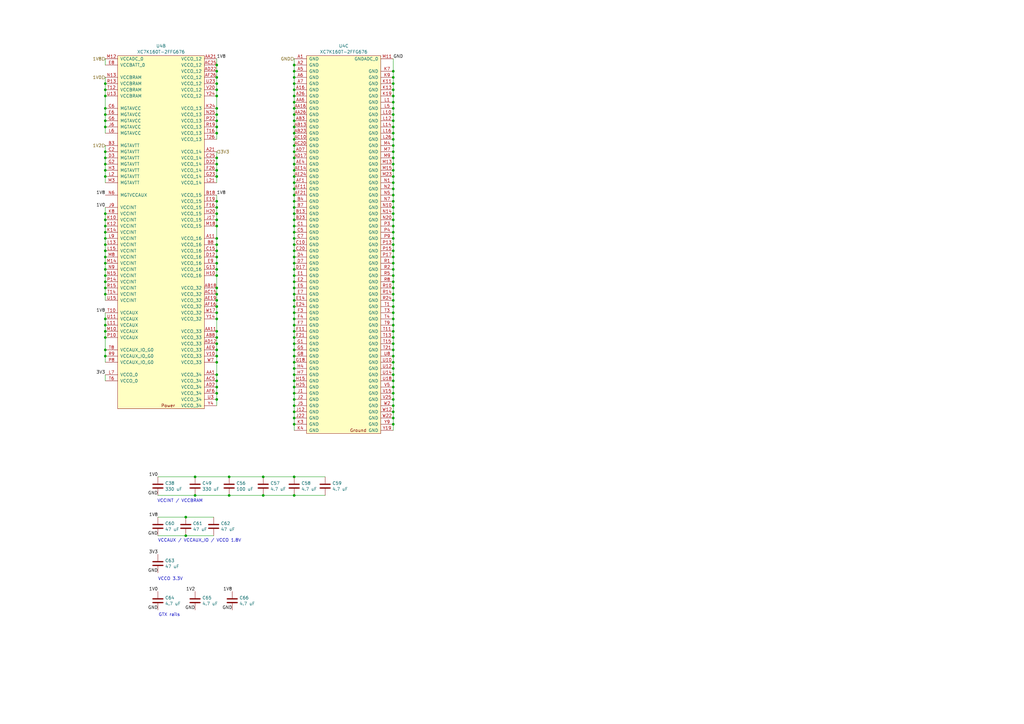
<source format=kicad_sch>
(kicad_sch (version 20231120) (generator "eeschema") (generator_version "8.0")
  (paper "A3")
  (junction (at 161.29 92.71))
  (junction (at 120.65 92.71))
  (junction (at 161.29 90.17))
  (junction (at 120.65 120.65))
  (junction (at 88.9 85.09))
  (junction (at 120.65 105.41))
  (junction (at 120.65 90.17))
  (junction (at 161.29 143.51))
  (junction (at 161.29 161.29))
  (junction (at 161.29 153.67))
  (junction (at 43.18 133.35))
  (junction (at 88.9 135.89))
  (junction (at 43.18 102.87))
  (junction (at 120.65 140.97))
  (junction (at 43.18 62.23))
  (junction (at 120.65 67.31))
  (junction (at 120.65 39.37))
  (junction (at 161.29 59.69))
  (junction (at 88.9 138.43))
  (junction (at 161.29 39.37))
  (junction (at 120.65 26.67))
  (junction (at 161.29 80.01))
  (junction (at 120.65 110.49))
  (junction (at 88.9 123.19))
  (junction (at 120.65 138.43))
  (junction (at 161.29 87.63))
  (junction (at 161.29 69.85))
  (junction (at 120.65 113.03))
  (junction (at 120.65 74.93))
  (junction (at 88.9 97.79))
  (junction (at 120.65 148.59))
  (junction (at 120.65 95.25))
  (junction (at 43.18 100.33))
  (junction (at 120.65 85.09))
  (junction (at 88.9 140.97))
  (junction (at 161.29 133.35))
  (junction (at 88.9 29.21))
  (junction (at 88.9 130.81))
  (junction (at 80.01 203.2))
  (junction (at 120.65 59.69))
  (junction (at 161.29 171.45))
  (junction (at 76.2 219.71))
  (junction (at 161.29 82.55))
  (junction (at 43.18 52.07))
  (junction (at 161.29 138.43))
  (junction (at 120.65 64.77))
  (junction (at 161.29 110.49))
  (junction (at 88.9 100.33))
  (junction (at 88.9 143.51))
  (junction (at 161.29 72.39))
  (junction (at 120.65 153.67))
  (junction (at 161.29 44.45))
  (junction (at 88.9 120.65))
  (junction (at 120.65 82.55))
  (junction (at 161.29 54.61))
  (junction (at 43.18 146.05))
  (junction (at 161.29 135.89))
  (junction (at 43.18 44.45))
  (junction (at 88.9 105.41))
  (junction (at 43.18 39.37))
  (junction (at 161.29 113.03))
  (junction (at 161.29 85.09))
  (junction (at 43.18 34.29))
  (junction (at 120.65 72.39))
  (junction (at 88.9 36.83))
  (junction (at 43.18 120.65))
  (junction (at 120.65 118.11))
  (junction (at 88.9 107.95))
  (junction (at 161.29 49.53))
  (junction (at 161.29 97.79))
  (junction (at 120.65 31.75))
  (junction (at 120.65 158.75))
  (junction (at 161.29 31.75))
  (junction (at 161.29 95.25))
  (junction (at 88.9 161.29))
  (junction (at 88.9 52.07))
  (junction (at 88.9 156.21))
  (junction (at 88.9 54.61))
  (junction (at 120.65 29.21))
  (junction (at 161.29 41.91))
  (junction (at 161.29 115.57))
  (junction (at 76.2 212.09))
  (junction (at 161.29 151.13))
  (junction (at 88.9 44.45))
  (junction (at 120.65 36.83))
  (junction (at 120.65 203.2))
  (junction (at 43.18 97.79))
  (junction (at 161.29 173.99))
  (junction (at 43.18 87.63))
  (junction (at 107.95 203.2))
  (junction (at 43.18 95.25))
  (junction (at 161.29 128.27))
  (junction (at 43.18 135.89))
  (junction (at 120.65 171.45))
  (junction (at 120.65 128.27))
  (junction (at 120.65 143.51))
  (junction (at 88.9 158.75))
  (junction (at 88.9 49.53))
  (junction (at 43.18 72.39))
  (junction (at 88.9 128.27))
  (junction (at 161.29 62.23))
  (junction (at 88.9 64.77))
  (junction (at 88.9 46.99))
  (junction (at 93.98 203.2))
  (junction (at 120.65 125.73))
  (junction (at 88.9 82.55))
  (junction (at 161.29 125.73))
  (junction (at 88.9 118.11))
  (junction (at 43.18 113.03))
  (junction (at 88.9 67.31))
  (junction (at 161.29 168.91))
  (junction (at 88.9 113.03))
  (junction (at 161.29 163.83))
  (junction (at 120.65 46.99))
  (junction (at 161.29 105.41))
  (junction (at 120.65 44.45))
  (junction (at 120.65 57.15))
  (junction (at 43.18 107.95))
  (junction (at 88.9 39.37))
  (junction (at 120.65 130.81))
  (junction (at 80.01 195.58))
  (junction (at 120.65 69.85))
  (junction (at 120.65 87.63))
  (junction (at 120.65 195.58))
  (junction (at 161.29 148.59))
  (junction (at 161.29 130.81))
  (junction (at 88.9 31.75))
  (junction (at 161.29 102.87))
  (junction (at 161.29 57.15))
  (junction (at 161.29 120.65))
  (junction (at 120.65 34.29))
  (junction (at 120.65 77.47))
  (junction (at 88.9 87.63))
  (junction (at 43.18 64.77))
  (junction (at 161.29 146.05))
  (junction (at 120.65 97.79))
  (junction (at 161.29 46.99))
  (junction (at 120.65 135.89))
  (junction (at 120.65 156.21))
  (junction (at 120.65 107.95))
  (junction (at 161.29 156.21))
  (junction (at 88.9 26.67))
  (junction (at 120.65 168.91))
  (junction (at 43.18 110.49))
  (junction (at 88.9 163.83))
  (junction (at 43.18 69.85))
  (junction (at 107.95 195.58))
  (junction (at 43.18 46.99))
  (junction (at 120.65 115.57))
  (junction (at 161.29 118.11))
  (junction (at 120.65 151.13))
  (junction (at 161.29 67.31))
  (junction (at 120.65 123.19))
  (junction (at 43.18 90.17))
  (junction (at 43.18 143.51))
  (junction (at 161.29 74.93))
  (junction (at 120.65 62.23))
  (junction (at 161.29 166.37))
  (junction (at 161.29 64.77))
  (junction (at 120.65 100.33))
  (junction (at 88.9 69.85))
  (junction (at 43.18 92.71))
  (junction (at 120.65 163.83))
  (junction (at 161.29 34.29))
  (junction (at 161.29 29.21))
  (junction (at 161.29 140.97))
  (junction (at 88.9 72.39))
  (junction (at 88.9 153.67))
  (junction (at 161.29 52.07))
  (junction (at 43.18 105.41))
  (junction (at 88.9 125.73))
  (junction (at 120.65 146.05))
  (junction (at 120.65 41.91))
  (junction (at 120.65 133.35))
  (junction (at 43.18 115.57))
  (junction (at 88.9 34.29))
  (junction (at 161.29 158.75))
  (junction (at 43.18 67.31))
  (junction (at 120.65 102.87))
  (junction (at 120.65 54.61))
  (junction (at 120.65 173.99))
  (junction (at 43.18 49.53))
  (junction (at 120.65 52.07))
  (junction (at 43.18 36.83))
  (junction (at 43.18 130.81))
  (junction (at 43.18 118.11))
  (junction (at 88.9 102.87))
  (junction (at 161.29 100.33))
  (junction (at 93.98 195.58))
  (junction (at 88.9 110.49))
  (junction (at 88.9 148.59))
  (junction (at 161.29 123.19))
  (junction (at 120.65 49.53))
  (junction (at 88.9 92.71))
  (junction (at 161.29 77.47))
  (junction (at 120.65 80.01))
  (junction (at 161.29 36.83))
  (junction (at 88.9 146.05))
  (junction (at 120.65 166.37))
  (junction (at 120.65 161.29))
  (junction (at 161.29 107.95))
  (junction (at 43.18 138.43))
  (junction (at 88.9 90.17))
  (wire (pts (xy 88.9 140.97) (xy 88.9 143.51)))
  (wire (pts (xy 88.9 107.95) (xy 88.9 110.49)))
  (wire (pts (xy 43.18 72.39) (xy 43.18 74.93)))
  (wire (pts (xy 43.18 87.63) (xy 43.18 90.17)))
  (wire (pts (xy 88.9 102.87) (xy 88.9 105.41)))
  (wire (pts (xy 161.29 82.55) (xy 161.29 85.09)))
  (wire (pts (xy 88.9 85.09) (xy 88.9 87.63)))
  (wire (pts (xy 120.65 135.89) (xy 120.65 138.43)))
  (wire (pts (xy 43.18 113.03) (xy 43.18 115.57)))
  (wire (pts (xy 120.65 26.67) (xy 120.65 29.21)))
  (wire (pts (xy 120.65 67.31) (xy 120.65 69.85)))
  (wire (pts (xy 88.9 118.11) (xy 88.9 120.65)))
  (wire (pts (xy 161.29 87.63) (xy 161.29 90.17)))
  (wire (pts (xy 120.65 85.09) (xy 120.65 87.63)))
  (wire (pts (xy 161.29 115.57) (xy 161.29 118.11)))
  (wire (pts (xy 161.29 123.19) (xy 161.29 125.73)))
  (wire (pts (xy 43.18 135.89) (xy 43.18 138.43)))
  (wire (pts (xy 161.29 166.37) (xy 161.29 168.91)))
  (wire (pts (xy 88.9 163.83) (xy 88.9 166.37)))
  (wire (pts (xy 161.29 161.29) (xy 161.29 163.83)))
  (wire (pts (xy 64.77 195.58) (xy 80.01 195.58)))
  (wire (pts (xy 88.9 26.67) (xy 88.9 29.21)))
  (wire (pts (xy 161.29 62.23) (xy 161.29 64.77)))
  (wire (pts (xy 88.9 110.49) (xy 88.9 113.03)))
  (wire (pts (xy 43.18 153.67) (xy 43.18 156.21)))
  (wire (pts (xy 120.65 92.71) (xy 120.65 95.25)))
  (wire (pts (xy 88.9 87.63) (xy 88.9 90.17)))
  (wire (pts (xy 161.29 146.05) (xy 161.29 148.59)))
  (wire (pts (xy 88.9 46.99) (xy 88.9 49.53)))
  (wire (pts (xy 161.29 140.97) (xy 161.29 143.51)))
  (wire (pts (xy 120.65 115.57) (xy 120.65 118.11)))
  (wire (pts (xy 43.18 36.83) (xy 43.18 39.37)))
  (wire (pts (xy 161.29 113.03) (xy 161.29 115.57)))
  (wire (pts (xy 88.9 67.31) (xy 88.9 69.85)))
  (wire (pts (xy 161.29 120.65) (xy 161.29 123.19)))
  (wire (pts (xy 161.29 138.43) (xy 161.29 140.97)))
  (wire (pts (xy 120.65 107.95) (xy 120.65 110.49)))
  (wire (pts (xy 161.29 69.85) (xy 161.29 72.39)))
  (wire (pts (xy 43.18 24.13) (xy 43.18 26.67)))
  (wire (pts (xy 161.29 97.79) (xy 161.29 100.33)))
  (wire (pts (xy 161.29 34.29) (xy 161.29 36.83)))
  (wire (pts (xy 88.9 44.45) (xy 88.9 46.99)))
  (wire (pts (xy 120.65 151.13) (xy 120.65 153.67)))
  (wire (pts (xy 161.29 90.17) (xy 161.29 92.71)))
  (wire (pts (xy 161.29 107.95) (xy 161.29 110.49)))
  (wire (pts (xy 120.65 24.13) (xy 120.65 26.67)))
  (wire (pts (xy 43.18 102.87) (xy 43.18 105.41)))
  (wire (pts (xy 43.18 85.09) (xy 43.18 87.63)))
  (wire (pts (xy 88.9 52.07) (xy 88.9 54.61)))
  (wire (pts (xy 120.65 166.37) (xy 120.65 168.91)))
  (wire (pts (xy 43.18 95.25) (xy 43.18 97.79)))
  (wire (pts (xy 43.18 138.43) (xy 43.18 143.51)))
  (wire (pts (xy 88.9 34.29) (xy 88.9 36.83)))
  (wire (pts (xy 107.95 195.58) (xy 120.65 195.58)))
  (wire (pts (xy 88.9 82.55) (xy 88.9 85.09)))
  (wire (pts (xy 93.98 203.2) (xy 107.95 203.2)))
  (wire (pts (xy 43.18 39.37) (xy 43.18 44.45)))
  (wire (pts (xy 88.9 120.65) (xy 88.9 123.19)))
  (wire (pts (xy 76.2 219.71) (xy 87.63 219.71)))
  (wire (pts (xy 88.9 100.33) (xy 88.9 102.87)))
  (wire (pts (xy 161.29 46.99) (xy 161.29 49.53)))
  (wire (pts (xy 88.9 39.37) (xy 88.9 44.45)))
  (wire (pts (xy 120.65 118.11) (xy 120.65 120.65)))
  (wire (pts (xy 88.9 138.43) (xy 88.9 140.97)))
  (wire (pts (xy 120.65 128.27) (xy 120.65 130.81)))
  (wire (pts (xy 120.65 57.15) (xy 120.65 59.69)))
  (wire (pts (xy 161.29 143.51) (xy 161.29 146.05)))
  (wire (pts (xy 120.65 125.73) (xy 120.65 128.27)))
  (wire (pts (xy 88.9 156.21) (xy 88.9 158.75)))
  (wire (pts (xy 43.18 90.17) (xy 43.18 92.71)))
  (wire (pts (xy 43.18 105.41) (xy 43.18 107.95)))
  (wire (pts (xy 43.18 92.71) (xy 43.18 95.25)))
  (wire (pts (xy 120.65 156.21) (xy 120.65 158.75)))
  (wire (pts (xy 120.65 163.83) (xy 120.65 166.37)))
  (wire (pts (xy 161.29 39.37) (xy 161.29 41.91)))
  (wire (pts (xy 120.65 140.97) (xy 120.65 143.51)))
  (wire (pts (xy 161.29 102.87) (xy 161.29 105.41)))
  (wire (pts (xy 161.29 163.83) (xy 161.29 166.37)))
  (wire (pts (xy 120.65 41.91) (xy 120.65 44.45)))
  (wire (pts (xy 161.29 80.01) (xy 161.29 82.55)))
  (wire (pts (xy 120.65 82.55) (xy 120.65 85.09)))
  (wire (pts (xy 64.77 203.2) (xy 80.01 203.2)))
  (wire (pts (xy 88.9 92.71) (xy 88.9 97.79)))
  (wire (pts (xy 43.18 31.75) (xy 43.18 34.29)))
  (wire (pts (xy 64.77 212.09) (xy 76.2 212.09)))
  (wire (pts (xy 88.9 62.23) (xy 88.9 64.77)))
  (wire (pts (xy 43.18 133.35) (xy 43.18 135.89)))
  (wire (pts (xy 161.29 36.83) (xy 161.29 39.37)))
  (wire (pts (xy 88.9 31.75) (xy 88.9 34.29)))
  (wire (pts (xy 120.65 29.21) (xy 120.65 31.75)))
  (wire (pts (xy 88.9 161.29) (xy 88.9 163.83)))
  (wire (pts (xy 43.18 52.07) (xy 43.18 54.61)))
  (wire (pts (xy 120.65 87.63) (xy 120.65 90.17)))
  (wire (pts (xy 93.98 195.58) (xy 107.95 195.58)))
  (wire (pts (xy 161.29 24.13) (xy 161.29 29.21)))
  (wire (pts (xy 43.18 128.27) (xy 43.18 130.81)))
  (wire (pts (xy 43.18 44.45) (xy 43.18 46.99)))
  (wire (pts (xy 120.65 153.67) (xy 120.65 156.21)))
  (wire (pts (xy 120.65 102.87) (xy 120.65 105.41)))
  (wire (pts (xy 43.18 120.65) (xy 43.18 123.19)))
  (wire (pts (xy 120.65 203.2) (xy 133.35 203.2)))
  (wire (pts (xy 161.29 54.61) (xy 161.29 57.15)))
  (wire (pts (xy 120.65 69.85) (xy 120.65 72.39)))
  (wire (pts (xy 88.9 130.81) (xy 88.9 135.89)))
  (wire (pts (xy 161.29 128.27) (xy 161.29 130.81)))
  (wire (pts (xy 161.29 173.99) (xy 161.29 176.53)))
  (wire (pts (xy 88.9 148.59) (xy 88.9 153.67)))
  (wire (pts (xy 43.18 110.49) (xy 43.18 113.03)))
  (wire (pts (xy 161.29 57.15) (xy 161.29 59.69)))
  (wire (pts (xy 161.29 74.93) (xy 161.29 77.47)))
  (wire (pts (xy 161.29 105.41) (xy 161.29 107.95)))
  (wire (pts (xy 43.18 69.85) (xy 43.18 72.39)))
  (wire (pts (xy 161.29 130.81) (xy 161.29 133.35)))
  (wire (pts (xy 120.65 46.99) (xy 120.65 49.53)))
  (wire (pts (xy 88.9 143.51) (xy 88.9 146.05)))
  (wire (pts (xy 161.29 125.73) (xy 161.29 128.27)))
  (wire (pts (xy 120.65 59.69) (xy 120.65 62.23)))
  (wire (pts (xy 120.65 44.45) (xy 120.65 46.99)))
  (wire (pts (xy 161.29 118.11) (xy 161.29 120.65)))
  (wire (pts (xy 88.9 97.79) (xy 88.9 100.33)))
  (wire (pts (xy 161.29 158.75) (xy 161.29 161.29)))
  (wire (pts (xy 161.29 110.49) (xy 161.29 113.03)))
  (wire (pts (xy 120.65 146.05) (xy 120.65 148.59)))
  (wire (pts (xy 80.01 203.2) (xy 93.98 203.2)))
  (wire (pts (xy 120.65 64.77) (xy 120.65 67.31)))
  (wire (pts (xy 161.29 59.69) (xy 161.29 62.23)))
  (wire (pts (xy 80.01 195.58) (xy 93.98 195.58)))
  (wire (pts (xy 120.65 72.39) (xy 120.65 74.93)))
  (wire (pts (xy 161.29 44.45) (xy 161.29 46.99)))
  (wire (pts (xy 43.18 115.57) (xy 43.18 118.11)))
  (wire (pts (xy 120.65 110.49) (xy 120.65 113.03)))
  (wire (pts (xy 161.29 29.21) (xy 161.29 31.75)))
  (wire (pts (xy 161.29 133.35) (xy 161.29 135.89)))
  (wire (pts (xy 43.18 64.77) (xy 43.18 67.31)))
  (wire (pts (xy 88.9 125.73) (xy 88.9 128.27)))
  (wire (pts (xy 120.65 100.33) (xy 120.65 102.87)))
  (wire (pts (xy 88.9 105.41) (xy 88.9 107.95)))
  (wire (pts (xy 120.65 168.91) (xy 120.65 171.45)))
  (wire (pts (xy 76.2 212.09) (xy 87.63 212.09)))
  (wire (pts (xy 120.65 77.47) (xy 120.65 80.01)))
  (wire (pts (xy 120.65 173.99) (xy 120.65 176.53)))
  (wire (pts (xy 120.65 120.65) (xy 120.65 123.19)))
  (wire (pts (xy 161.29 92.71) (xy 161.29 95.25)))
  (wire (pts (xy 43.18 107.95) (xy 43.18 110.49)))
  (wire (pts (xy 43.18 100.33) (xy 43.18 102.87)))
  (wire (pts (xy 120.65 36.83) (xy 120.65 39.37)))
  (wire (pts (xy 161.29 135.89) (xy 161.29 138.43)))
  (wire (pts (xy 161.29 95.25) (xy 161.29 97.79)))
  (wire (pts (xy 120.65 49.53) (xy 120.65 52.07)))
  (wire (pts (xy 161.29 77.47) (xy 161.29 80.01)))
  (wire (pts (xy 120.65 195.58) (xy 133.35 195.58)))
  (wire (pts (xy 43.18 97.79) (xy 43.18 100.33)))
  (wire (pts (xy 120.65 143.51) (xy 120.65 146.05)))
  (wire (pts (xy 88.9 72.39) (xy 88.9 74.93)))
  (wire (pts (xy 161.29 153.67) (xy 161.29 156.21)))
  (wire (pts (xy 88.9 158.75) (xy 88.9 161.29)))
  (wire (pts (xy 120.65 171.45) (xy 120.65 173.99)))
  (wire (pts (xy 88.9 90.17) (xy 88.9 92.71)))
  (wire (pts (xy 107.95 203.2) (xy 120.65 203.2)))
  (wire (pts (xy 120.65 90.17) (xy 120.65 92.71)))
  (wire (pts (xy 120.65 54.61) (xy 120.65 57.15)))
  (wire (pts (xy 43.18 146.05) (xy 43.18 148.59)))
  (wire (pts (xy 120.65 161.29) (xy 120.65 163.83)))
  (wire (pts (xy 161.29 31.75) (xy 161.29 34.29)))
  (wire (pts (xy 161.29 151.13) (xy 161.29 153.67)))
  (wire (pts (xy 161.29 171.45) (xy 161.29 173.99)))
  (wire (pts (xy 120.65 113.03) (xy 120.65 115.57)))
  (wire (pts (xy 88.9 113.03) (xy 88.9 118.11)))
  (wire (pts (xy 88.9 135.89) (xy 88.9 138.43)))
  (wire (pts (xy 120.65 52.07) (xy 120.65 54.61)))
  (wire (pts (xy 88.9 153.67) (xy 88.9 156.21)))
  (wire (pts (xy 120.65 123.19) (xy 120.65 125.73)))
  (wire (pts (xy 161.29 148.59) (xy 161.29 151.13)))
  (wire (pts (xy 161.29 64.77) (xy 161.29 67.31)))
  (wire (pts (xy 88.9 69.85) (xy 88.9 72.39)))
  (wire (pts (xy 88.9 24.13) (xy 88.9 26.67)))
  (wire (pts (xy 88.9 123.19) (xy 88.9 125.73)))
  (wire (pts (xy 88.9 146.05) (xy 88.9 148.59)))
  (wire (pts (xy 43.18 130.81) (xy 43.18 133.35)))
  (wire (pts (xy 161.29 72.39) (xy 161.29 74.93)))
  (wire (pts (xy 43.18 143.51) (xy 43.18 146.05)))
  (wire (pts (xy 88.9 36.83) (xy 88.9 39.37)))
  (wire (pts (xy 88.9 128.27) (xy 88.9 130.81)))
  (wire (pts (xy 64.77 219.71) (xy 76.2 219.71)))
  (wire (pts (xy 120.65 39.37) (xy 120.65 41.91)))
  (wire (pts (xy 120.65 158.75) (xy 120.65 161.29)))
  (wire (pts (xy 161.29 49.53) (xy 161.29 52.07)))
  (wire (pts (xy 161.29 168.91) (xy 161.29 171.45)))
  (wire (pts (xy 161.29 41.91) (xy 161.29 44.45)))
  (wire (pts (xy 161.29 85.09) (xy 161.29 87.63)))
  (wire (pts (xy 120.65 148.59) (xy 120.65 151.13)))
  (wire (pts (xy 88.9 54.61) (xy 88.9 57.15)))
  (wire (pts (xy 120.65 62.23) (xy 120.65 64.77)))
  (wire (pts (xy 161.29 52.07) (xy 161.29 54.61)))
  (wire (pts (xy 120.65 74.93) (xy 120.65 77.47)))
  (wire (pts (xy 161.29 156.21) (xy 161.29 158.75)))
  (wire (pts (xy 120.65 80.01) (xy 120.65 82.55)))
  (wire (pts (xy 120.65 95.25) (xy 120.65 97.79)))
  (wire (pts (xy 120.65 31.75) (xy 120.65 34.29)))
  (wire (pts (xy 88.9 29.21) (xy 88.9 31.75)))
  (wire (pts (xy 88.9 49.53) (xy 88.9 52.07)))
  (wire (pts (xy 43.18 59.69) (xy 43.18 62.23)))
  (wire (pts (xy 43.18 62.23) (xy 43.18 64.77)))
  (wire (pts (xy 120.65 138.43) (xy 120.65 140.97)))
  (wire (pts (xy 120.65 130.81) (xy 120.65 133.35)))
  (wire (pts (xy 161.29 67.31) (xy 161.29 69.85)))
  (wire (pts (xy 43.18 34.29) (xy 43.18 36.83)))
  (wire (pts (xy 120.65 34.29) (xy 120.65 36.83)))
  (wire (pts (xy 43.18 118.11) (xy 43.18 120.65)))
  (wire (pts (xy 161.29 100.33) (xy 161.29 102.87)))
  (wire (pts (xy 120.65 133.35) (xy 120.65 135.89)))
  (wire (pts (xy 43.18 67.31) (xy 43.18 69.85)))
  (wire (pts (xy 120.65 105.41) (xy 120.65 107.95)))
  (wire (pts (xy 43.18 46.99) (xy 43.18 49.53)))
  (wire (pts (xy 43.18 49.53) (xy 43.18 52.07)))
  (wire (pts (xy 120.65 97.79) (xy 120.65 100.33)))
  (wire (pts (xy 88.9 80.01) (xy 88.9 82.55)))
  (wire (pts (xy 88.9 64.77) (xy 88.9 67.31)))
  (text "GTX rails" (at 65.024 252.222 0) (effects (font (size 1.27 1.27)) (justify left)))
  (text "VCCO 3.3V" (at 64.77 237.49 0) (effects (font (size 1.27 1.27)) (justify left)))
  (text "VCCINT / VCCBRAM" (at 64.516 205.486 0) (effects (font (size 1.27 1.27)) (justify left)))
  (text "VCCAUX / VCCAUX_IO / VCCO 1.8V" (at 64.77 221.742 0) (effects (font (size 1.27 1.27)) (justify left)))
  (label "3V3" (at 64.77 227.33 180))
  (label "3V3" (at 43.18 153.67 180))
  (label "1V8" (at 64.77 212.09 180))
  (label "1V2" (at 80.01 242.57 180))
  (label "GND" (at 64.77 250.19 180))
  (label "1V8" (at 88.9 24.13 0))
  (label "GND" (at 161.29 24.13 0))
  (label "GND" (at 64.77 234.95 180))
  (label "GND" (at 64.77 219.71 180))
  (label "1V8" (at 43.18 80.01 180))
  (label "GND" (at 80.01 250.19 180))
  (label "1V8" (at 95.25 242.57 180))
  (label "GND" (at 64.77 203.2 180))
  (label "1V8" (at 88.9 80.01 0))
  (label "GND" (at 95.25 250.19 180))
  (label "1V8" (at 43.18 128.27 180))
  (label "1V0" (at 43.18 85.09 180))
  (label "1V0" (at 64.77 195.58 180))
  (label "1V0" (at 64.77 242.57 180))
  (hierarchical_label "1V2" (shape input) (at 43.18 59.69 180))
  (hierarchical_label "GND" (shape input) (at 120.65 24.13 180))
  (hierarchical_label "3V3" (shape input) (at 88.9 62.23 0))
  (hierarchical_label "1V0" (shape input) (at 43.18 31.75 180))
  (hierarchical_label "1V8" (shape input) (at 43.18 24.13 180))
  (symbol (lib_id "device:C") (at 87.63 215.9 0) (unit 1)
    (property "Reference" "C62" (at 90.551 214.6878 0) (effects (justify left)))
    (property "Value" "47 uF" (at 90.551 217.1121 0) (effects (justify left)))
    (property "Footprint" "azonenberg_pcb:EIA_1210_CAP_NOSILK" (effects (hide yes)))
    (property "Description" "Unpolarized capacitor" (effects (hide yes)))
  )
  (symbol (lib_id "device:C") (at 64.77 246.38 0) (unit 1)
    (property "Reference" "C64" (at 67.691 245.1678 0) (effects (justify left)))
    (property "Value" "4.7 uF" (at 67.691 247.5921 0) (effects (justify left)))
    (property "Footprint" "azonenberg_pcb:EIA_0603_CAP_NOSILK" (effects (hide yes)))
    (property "Description" "Unpolarized capacitor" (effects (hide yes)))
  )
  (symbol (lib_id "device:C") (at 93.98 199.39 0) (unit 1)
    (property "Reference" "C56" (at 96.901 198.1778 0) (effects (justify left)))
    (property "Value" "100 uF" (at 96.901 200.6021 0) (effects (justify left)))
    (property "Footprint" "azonenberg_pcb:EIA_1210_CAP_NOSILK" (effects (hide yes)))
    (property "Description" "Unpolarized capacitor" (effects (hide yes)))
  )
  (symbol (lib_id "device:C") (at 95.25 246.38 0) (unit 1)
    (property "Reference" "C66" (at 98.171 245.1678 0) (effects (justify left)))
    (property "Value" "4.7 uF" (at 98.171 247.5921 0) (effects (justify left)))
    (property "Footprint" "azonenberg_pcb:EIA_0603_CAP_NOSILK" (effects (hide yes)))
    (property "Description" "Unpolarized capacitor" (effects (hide yes)))
  )
  (symbol (lib_id "xilinx-azonenberg:XC7KxT-FFG676") (at 125.73 177.8 0) (unit 3)
    (property "Reference" "U4" (at 140.97 18.8425 0))
    (property "Value" "XC7K160T-2FFG676" (at 140.97 21.2668 0))
    (property "Footprint" "azonenberg_pcb:BGA_676_27x27_FULLARRAY_1MM_FFG676" (effects (hide yes)))
  )
  (symbol (lib_id "device:C") (at 80.01 246.38 0) (unit 1)
    (property "Reference" "C65" (at 82.931 245.1678 0) (effects (justify left)))
    (property "Value" "4.7 uF" (at 82.931 247.5921 0) (effects (justify left)))
    (property "Footprint" "azonenberg_pcb:EIA_0603_CAP_NOSILK" (effects (hide yes)))
    (property "Description" "Unpolarized capacitor" (effects (hide yes)))
  )
  (symbol (lib_id "device:C") (at 107.95 199.39 0) (unit 1)
    (property "Reference" "C57" (at 110.871 198.1778 0) (effects (justify left)))
    (property "Value" "4.7 uF" (at 110.871 200.6021 0) (effects (justify left)))
    (property "Footprint" "azonenberg_pcb:EIA_0603_CAP_NOSILK" (effects (hide yes)))
    (property "Description" "Unpolarized capacitor" (effects (hide yes)))
  )
  (symbol (lib_id "xilinx-azonenberg:XC7KxT-FFG676") (at 48.26 167.64 0) (unit 2)
    (property "Reference" "U4" (at 66.04 18.8425 0))
    (property "Value" "XC7K160T-2FFG676" (at 66.04 21.2668 0))
    (property "Footprint" "azonenberg_pcb:BGA_676_27x27_FULLARRAY_1MM_FFG676" (effects (hide yes)))
  )
  (symbol (lib_id "device:C") (at 120.65 199.39 0) (unit 1)
    (property "Reference" "C58" (at 123.571 198.1778 0) (effects (justify left)))
    (property "Value" "4.7 uF" (at 123.571 200.6021 0) (effects (justify left)))
    (property "Footprint" "azonenberg_pcb:EIA_0603_CAP_NOSILK" (effects (hide yes)))
    (property "Description" "Unpolarized capacitor" (effects (hide yes)))
  )
  (symbol (lib_id "device:C") (at 64.77 215.9 0) (unit 1)
    (property "Reference" "C60" (at 67.691 214.6878 0) (effects (justify left)))
    (property "Value" "47 uF" (at 67.691 217.1121 0) (effects (justify left)))
    (property "Footprint" "azonenberg_pcb:EIA_1210_CAP_NOSILK" (effects (hide yes)))
    (property "Description" "Unpolarized capacitor" (effects (hide yes)))
  )
  (symbol (lib_id "device:C") (at 80.01 199.39 0) (unit 1)
    (property "Reference" "C49" (at 82.931 198.1778 0) (effects (justify left)))
    (property "Value" "330 uF" (at 82.931 200.6021 0) (effects (justify left)))
    (property "Footprint" "azonenberg_pcb:EIA_1210_CAP_NOSILK" (effects (hide yes)))
    (property "Description" "Unpolarized capacitor" (effects (hide yes)))
  )
  (symbol (lib_id "device:C") (at 64.77 199.39 0) (unit 1)
    (property "Reference" "C38" (at 67.691 198.1778 0) (effects (justify left)))
    (property "Value" "330 uF" (at 67.691 200.6021 0) (effects (justify left)))
    (property "Footprint" "azonenberg_pcb:EIA_1210_CAP_NOSILK" (effects (hide yes)))
    (property "Description" "Unpolarized capacitor" (effects (hide yes)))
  )
  (symbol (lib_id "device:C") (at 64.77 231.14 0) (unit 1)
    (property "Reference" "C63" (at 67.691 229.9278 0) (effects (justify left)))
    (property "Value" "47 uF" (at 67.691 232.3521 0) (effects (justify left)))
    (property "Footprint" "azonenberg_pcb:EIA_1210_CAP_NOSILK" (effects (hide yes)))
    (property "Description" "Unpolarized capacitor" (effects (hide yes)))
  )
  (symbol (lib_id "device:C") (at 76.2 215.9 0) (unit 1)
    (property "Reference" "C61" (at 79.121 214.6878 0) (effects (justify left)))
    (property "Value" "47 uF" (at 79.121 217.1121 0) (effects (justify left)))
    (property "Footprint" "azonenberg_pcb:EIA_1210_CAP_NOSILK" (effects (hide yes)))
    (property "Description" "Unpolarized capacitor" (effects (hide yes)))
  )
  (symbol (lib_id "device:C") (at 133.35 199.39 0) (unit 1)
    (property "Reference" "C59" (at 136.271 198.1778 0) (effects (justify left)))
    (property "Value" "4.7 uF" (at 136.271 200.6021 0) (effects (justify left)))
    (property "Footprint" "azonenberg_pcb:EIA_0603_CAP_NOSILK" (effects (hide yes)))
    (property "Description" "Unpolarized capacitor" (effects (hide yes)))
  )
)
</source>
